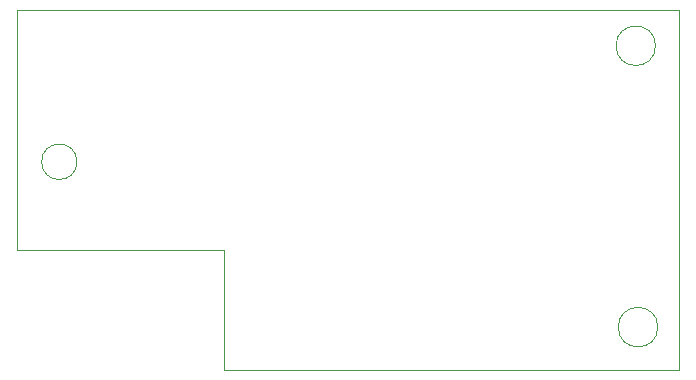
<source format=gbr>
%TF.GenerationSoftware,KiCad,Pcbnew,7.0.8*%
%TF.CreationDate,2025-06-05T10:18:12-04:00*%
%TF.ProjectId,happless,68617070-6c65-4737-932e-6b696361645f,rev?*%
%TF.SameCoordinates,Original*%
%TF.FileFunction,Profile,NP*%
%FSLAX46Y46*%
G04 Gerber Fmt 4.6, Leading zero omitted, Abs format (unit mm)*
G04 Created by KiCad (PCBNEW 7.0.8) date 2025-06-05 10:18:12*
%MOMM*%
%LPD*%
G01*
G04 APERTURE LIST*
%TA.AperFunction,Profile*%
%ADD10C,0.100000*%
%TD*%
G04 APERTURE END LIST*
D10*
X88376800Y-81655200D02*
G75*
G03*
X88376800Y-81655200I-1500000J0D01*
G01*
X139344400Y-99314000D02*
X100838000Y-99314000D01*
X100838000Y-89154000D01*
X83362800Y-89154000D01*
X83312000Y-89103200D01*
X83312000Y-68783200D01*
X139344400Y-68783200D01*
X139344400Y-99314000D01*
X137551800Y-95655200D02*
G75*
G03*
X137551800Y-95655200I-1675000J0D01*
G01*
X137360400Y-71831200D02*
G75*
G03*
X137360400Y-71831200I-1675000J0D01*
G01*
M02*

</source>
